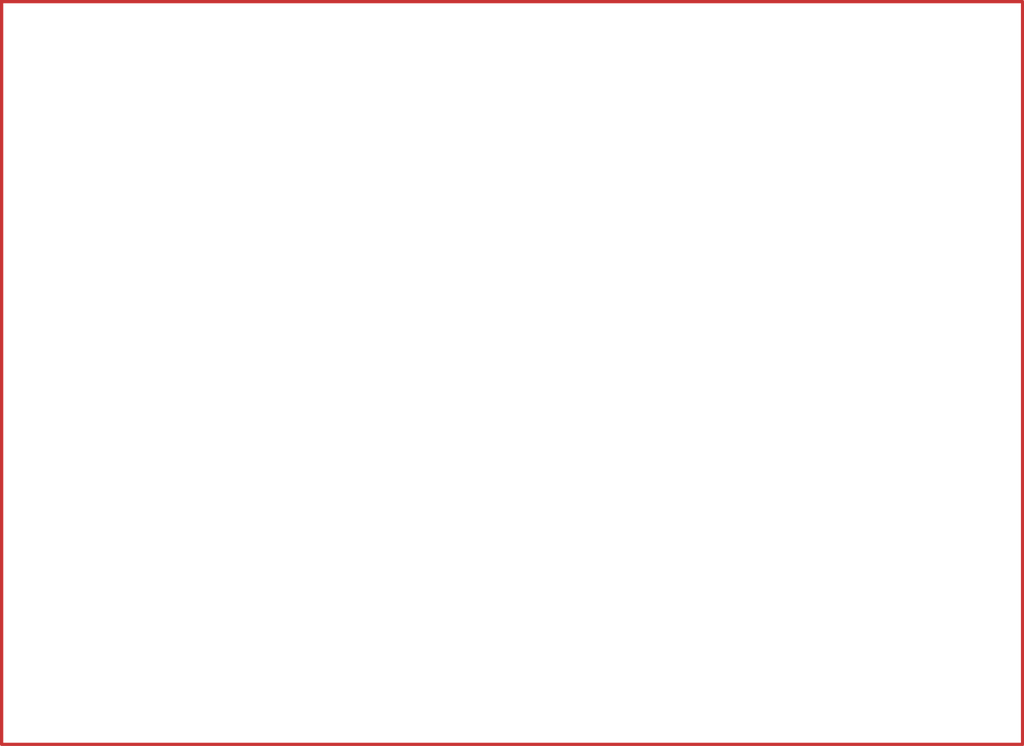
<source format=kicad_pcb>
(kicad_pcb
	(version 20241229)
	(generator "pcbnew")
	(generator_version "9.0")
	(general
		(thickness 1.6)
		(legacy_teardrops no)
	)
	(paper "A4")
	(layers
		(0 "F.Cu" signal)
		(2 "B.Cu" signal)
		(9 "F.Adhes" user "F.Adhesive")
		(11 "B.Adhes" user "B.Adhesive")
		(13 "F.Paste" user)
		(15 "B.Paste" user)
		(5 "F.SilkS" user "F.Silkscreen")
		(7 "B.SilkS" user "B.Silkscreen")
		(1 "F.Mask" user)
		(3 "B.Mask" user)
		(17 "Dwgs.User" user "User.Drawings")
		(19 "Cmts.User" user "User.Comments")
		(21 "Eco1.User" user "User.Eco1")
		(23 "Eco2.User" user "User.Eco2")
		(25 "Edge.Cuts" user)
		(27 "Margin" user)
		(31 "F.CrtYd" user "F.Courtyard")
		(29 "B.CrtYd" user "B.Courtyard")
		(35 "F.Fab" user)
		(33 "B.Fab" user)
		(39 "User.1" user)
		(41 "User.2" user)
		(43 "User.3" user)
		(45 "User.4" user)
	)
	(setup
		(pad_to_mask_clearance 0)
		(allow_soldermask_bridges_in_footprints no)
		(tenting front back)
		(pcbplotparams
			(layerselection 0x00000000_00000000_55555555_5755f5ff)
			(plot_on_all_layers_selection 0x00000000_00000000_00000000_00000000)
			(disableapertmacros no)
			(usegerberextensions no)
			(usegerberattributes yes)
			(usegerberadvancedattributes yes)
			(creategerberjobfile yes)
			(dashed_line_dash_ratio 12.000000)
			(dashed_line_gap_ratio 3.000000)
			(svgprecision 4)
			(plotframeref no)
			(mode 1)
			(useauxorigin no)
			(hpglpennumber 1)
			(hpglpenspeed 20)
			(hpglpendiameter 15.000000)
			(pdf_front_fp_property_popups yes)
			(pdf_back_fp_property_popups yes)
			(pdf_metadata yes)
			(pdf_single_document no)
			(dxfpolygonmode yes)
			(dxfimperialunits yes)
			(dxfusepcbnewfont yes)
			(psnegative no)
			(psa4output no)
			(plot_black_and_white yes)
			(sketchpadsonfab no)
			(plotpadnumbers no)
			(hidednponfab no)
			(sketchdnponfab yes)
			(crossoutdnponfab yes)
			(subtractmaskfromsilk no)
			(outputformat 1)
			(mirror no)
			(drillshape 1)
			(scaleselection 1)
			(outputdirectory "")
		)
	)
	(net 0 "")
	(gr_rect
		(start 139.5 86)
		(end 202 131.5)
		(stroke
			(width 0.2)
			(type default)
		)
		(fill no)
		(layer "F.Cu")
		(uuid "cbd168e8-2d93-4779-9697-16217f7d177a")
	)
	(embedded_fonts no)
)

</source>
